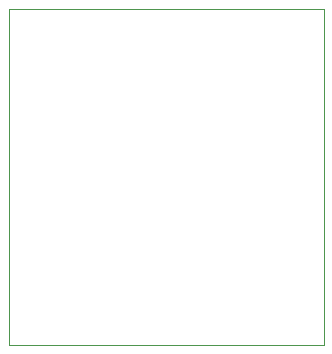
<source format=gm1>
G04*
G04 #@! TF.GenerationSoftware,Altium Limited,Altium Designer,20.1.14 (287)*
G04*
G04 Layer_Color=16711935*
%FSLAX25Y25*%
%MOIN*%
G70*
G04*
G04 #@! TF.SameCoordinates,58FA20B0-04EF-4904-8C8B-07311CCFBB01*
G04*
G04*
G04 #@! TF.FilePolarity,Positive*
G04*
G01*
G75*
%ADD40C,0.00394*%
D40*
X100000Y388000D02*
X205000D01*
Y500000D01*
X100000D02*
X205000D01*
X100000Y388000D02*
Y500000D01*
M02*

</source>
